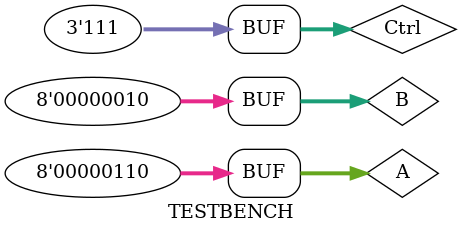
<source format=v>
`timescale 1ns / 1ps
module TESTBENCH;
	// Inputs
	reg [7:0] A;
	reg [7:0] B;
	reg [2:0] Ctrl;

	// Outputs
	wire [7:0] F;
	wire [7:0] F1;
	// Instantiate the Unit Under Test (UUT)
	ALU uut (
		.A(A), 
		.B(B), 
		.Ctrl(Ctrl), 
		.F(F)
	);
	ALUU uut1(
		.a(A),
		.b(B),
		.s(Ctrl),
		.z(F1)
	);
	initial begin
		// Initialize Inputs
		A = 0;
		B = 0;
		Ctrl = 0;

		// Wait 100 ns for global reset to finish
		#100;
        
		// Add stimulus here
		Ctrl=0;
		A=6;
		B=2;
		#60;
		Ctrl=1;
		#60;
		Ctrl=2;
		#60;
		Ctrl=3;
		#60;
		Ctrl=4;
		#60;
		Ctrl=5;
		#60;
		Ctrl=6;
		#60;
		Ctrl=7;
	end
      
endmodule


</source>
